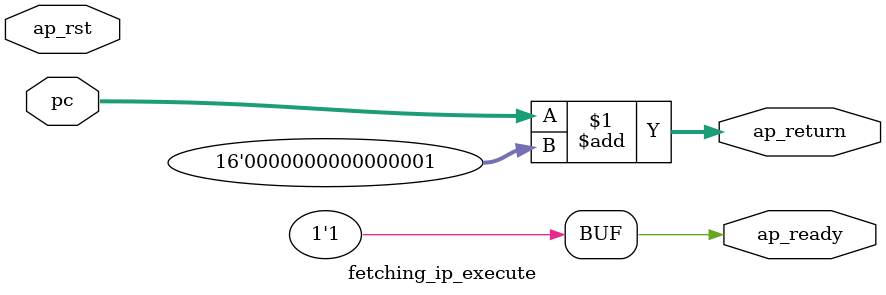
<source format=v>

`timescale 1 ns / 1 ps 

module fetching_ip_execute (
        ap_ready,
        pc,
        ap_return,
        ap_rst
);


output   ap_ready;
input  [15:0] pc;
output  [15:0] ap_return;
input   ap_rst;

assign ap_ready = 1'b1;

assign ap_return = (pc + 16'd1);

endmodule //fetching_ip_execute

</source>
